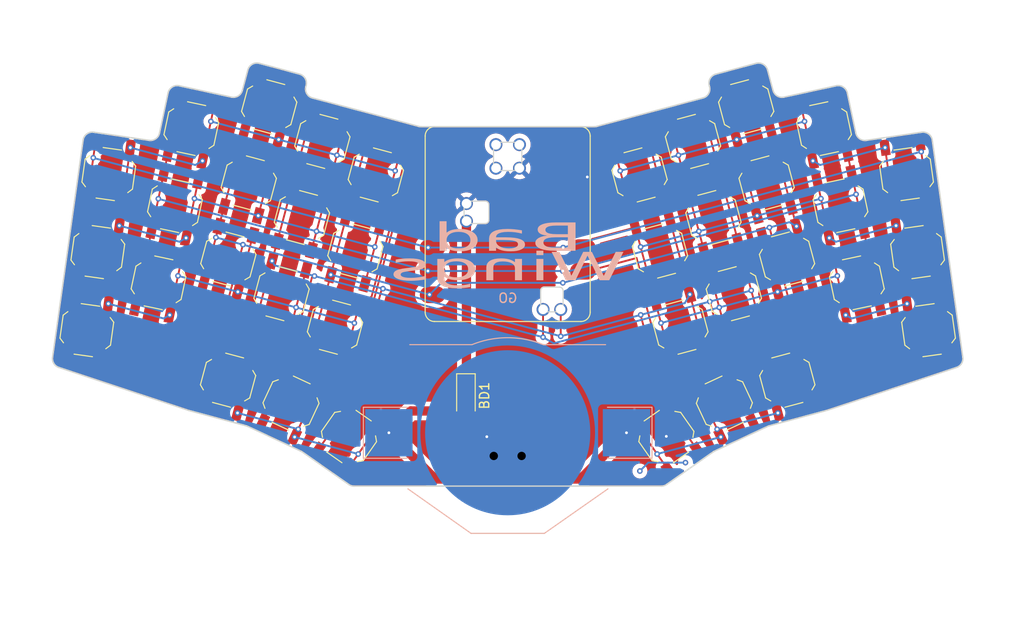
<source format=kicad_pcb>
(kicad_pcb (version 20221018) (generator pcbnew)
  (title_block (title "pcb/bad_wings_go") (rev "v1.0.0") (company "Unknown"))
  (layers (0 "F.Cu" signal) (31 "B.Cu" signal) (34 "B.Paste" user) (35 "F.Paste" user) (36 "B.SilkS" user "B.Silkscreen") (37 "F.SilkS" user "F.Silkscreen") (38 "B.Mask" user) (39 "F.Mask" user) (44 "Edge.Cuts" user))
  (net 0 "")
  (net 1 "/BAT")
  (net 2 "Net-(BD1-A)")
  (net 3 "/BAT-")
  (net 4 "/GND")
  (net 6 "/col0")
  (net 7 "/row1")
  (net 8 "/row0")
  (net 9 "/col1")
  (net 10 "/col2")
  (net 11 "/col3")
  (net 12 "/col4")
  (net 13 "/row3")
  (net 14 "/row6")
  (net 15 "/row5")
  (net 16 "/row4")
  (net 17 "/row7")
  (net 22 "/RESET")
  (net 23 "/row2")
  (footprint "Diode_SMD:D_SOD-123" (layer "F.Cu") (at 40.221104 5.673498 -90)
    (fp_text reference "BD1")
    (fp_text value "1N4148W")
  )
  (footprint "0-jasonhazel-footprints:SW_SPST_TL3342" (layer "F.Cu") (at 61.130164 -9.920274 -75)
    (fp_text reference "SW32")
    (fp_text value "SW_Push_45deg")
  )
  (footprint "0-jasonhazel-footprints:SW_SPST_TL3342" (layer "F.Cu") (at 10.630767 -23.125151 78)
    (fp_text reference "SW6")
    (fp_text value "SW_Push_45deg")
  )
  (footprint "0-jasonhazel-footprints:SW_SPST_TL3342" (layer "F.Cu") (at 90.068714 -1.388983 -82)
    (fp_text reference "SW19")
    (fp_text value "SW_Push_45deg")
  )
  (footprint "0-jasonhazel-footprints:SW_SPST_TL3342" (layer "F.Cu") (at 30.51201 -18.130636 75)
    (fp_text reference "SW15")
    (fp_text value "SW_Push_45deg")
  )
  (footprint "0-jasonhazel-footprints:SW_SPST_TL3342" (layer "F.Cu") (at 61.821054 10.078973 -55)
    (fp_text reference "SW36")
    (fp_text value "SW_Push_45deg")
  )
  (footprint "0-jasonhazel-footprints:SW_SPST_TL3342" (layer "F.Cu") (at 28.312031 -9.920276 75)
    (fp_text reference "SW14")
    (fp_text value "SW_Push_45deg")
  )
  (footprint "0-jasonhazel-footprints:SW_SPST_TL3342" (layer "F.Cu") (at 14.622675 -9.058977 75)
    (fp_text reference "SW7")
    (fp_text value "SW_Push_45deg")
  )
  (footprint "0-jasonhazel-footprints:SW_SPST_TL3342" (layer "F.Cu") (at 74.819533 -9.058998 -75)
    (fp_text reference "SW25")
    (fp_text value "SW_Push_45deg")
  )
  (footprint "0-jasonhazel-footprints:SW_SPST_TL3342" (layer "F.Cu") (at 14.590954 4.002878 75)
    (fp_text reference "SW16")
    (fp_text value "SW_Push_45deg")
  )
  (footprint "0-jasonhazel-footprints:SW_SPST_TL3342" (layer "F.Cu") (at 21.37185 6.470926 65)
    (fp_text reference "SW17")
    (fp_text value "SW_Push_45deg")
  )
  (footprint "0-jasonhazel-footprints:SW_SPST_TL3342" (layer "F.Cu") (at 74.851262 4.002853 -75)
    (fp_text reference "SW34")
    (fp_text value "SW_Push_45deg")
  )
  (footprint "0-jasonhazel-footprints:SW_SPST_TL3342" (layer "F.Cu") (at 69.090997 -5.324068 -75)
    (fp_text reference "SW28")
    (fp_text value "SW_Push_45deg")
  )
  (footprint "0-jasonhazel-footprints:SW_SPST_TL3342" (layer "F.Cu") (at 87.702786 -18.223543 -82)
    (fp_text reference "SW21")
    (fp_text value "SW_Push_45deg")
  )
  (footprint "0-jasonhazel-footprints:SW_SPST_TL3342" (layer "F.Cu") (at 20.351197 -5.324066 75)
    (fp_text reference "SW10")
    (fp_text value "SW_Push_45deg")
  )
  (footprint "0-jasonhazel-footprints:SW_SPST_TL3342" (layer "F.Cu") (at -0.626512 -1.388989 82)
    (fp_text reference "SW1")
    (fp_text value "SW_Push_45deg")
  )
  (footprint "0-badwings:SPDT_C128955" (layer "F.Cu") (at 44.721099 12.174472)
    (fp_text reference "PWR1" hide)
    (fp_text value "SW_SPDT" hide)
  )
  (footprint "0-jasonhazel-footprints:SW_SPST_TL3342" (layer "F.Cu") (at 88.885756 -9.806265 -82)
    (fp_text reference "SW20")
    (fp_text value "SW_Push_45deg")
  )
  (footprint "0-jasonhazel-footprints:SW_SPST_TL3342" (layer "F.Cu") (at 80.578668 -14.810902 -78)
    (fp_text reference "SW23")
    (fp_text value "SW_Push_45deg")
  )
  (footprint "0-jasonhazel-footprints:SW_SPST_TL3342" (layer "F.Cu") (at 27.621154 10.078965 55)
    (fp_text reference "SW18")
    (fp_text value "SW_Push_45deg")
  )
  (footprint "0-jasonhazel-footprints:SW_SPST_TL3342" (layer "F.Cu") (at 58.930212 -18.130646 -75)
    (fp_text reference "SW33")
    (fp_text value "SW_Push_45deg")
  )
  (footprint "0-jasonhazel-footprints:SW_SPST_TL3342" (layer "F.Cu") (at 72.619576 -17.269368 -75)
    (fp_text reference "SW26")
    (fp_text value "SW_Push_45deg")
  )
  (footprint "0-jasonhazel-footprints:SW_SPST_TL3342" (layer "F.Cu") (at 7.09627 -6.496643 78)
    (fp_text reference "SW4")
    (fp_text value "SW_Push_45deg")
  )
  (footprint "0-jasonhazel-footprints:SW_SPST_TL3342" (layer "F.Cu") (at 19.022598 -25.479717 75)
    (fp_text reference "SW9")
    (fp_text value "SW_Push_45deg")
  )
  (footprint "0-jasonhazel-footprints:SW_SPST_TL3342" (layer "F.Cu") (at 0.556464 -9.806278 82)
    (fp_text reference "SW2")
    (fp_text value "SW_Push_45deg")
  )
  (footprint "0-jasonhazel-footprints:SW_SPST_TL3342" (layer "F.Cu") (at 66.891034 -13.534439 -75)
    (fp_text reference "SW29")
    (fp_text value "SW_Push_45deg")
  )
  (footprint "0-jasonhazel-footprints:SW_SPST_TL3342" (layer "F.Cu") (at 22.551151 -13.534439 75)
    (fp_text reference "SW11")
    (fp_text value "SW_Push_45deg")
  )
  (footprint "0-jasonhazel-footprints:SW_SPST_TL3342" (layer "F.Cu") (at 64.691089 -21.744816 -75)
    (fp_text reference "SW30")
    (fp_text value "SW_Push_45deg")
  )
  (footprint "0-jasonhazel-footprints:SW_SPST_TL3342" (layer "F.Cu") (at 24.751139 -21.744809 75)
    (fp_text reference "SW12")
    (fp_text value "SW_Push_45deg")
  )
  (footprint "0-jasonhazel-footprints:SW_SPST_TL3342" (layer "F.Cu") (at 68.070358 6.470926 -65)
    (fp_text reference "SW35")
    (fp_text value "SW_Push_45deg")
  )
  (footprint "0-jasonhazel-footprints:SW_SPST_TL3342" (layer "F.Cu") (at 63.330126 -1.709899 -75)
    (fp_text reference "SW31")
    (fp_text value "SW_Push_45deg")
  )
  (footprint "0-jasonhazel-footprints:SW_SPST_TL3342" (layer "F.Cu") (at 78.811422 -23.125173 -78)
    (fp_text reference "SW24")
    (fp_text value "SW_Push_45deg")
  )
  (footprint "0-jasonhazel-footprints:SW_SPST_TL3342" (layer "F.Cu") (at 70.419607 -25.479733 -75)
    (fp_text reference "SW27")
    (fp_text value "SW_Push_45deg")
  )
  (footprint "0-jasonhazel-footprints:SW_SPST_TL3342" (layer "F.Cu") (at 1.739437 -18.223542 82)
    (fp_text reference "SW3")
    (fp_text value "SW_Push_45deg")
  )
  (footprint "0-jasonhazel-footprints:SW_SPST_TL3342" (layer "F.Cu") (at 8.863517 -14.810911 78)
    (fp_text reference "SW5")
    (fp_text value "SW_Push_45deg")
  )
  (footprint "0-jasonhazel-footprints:SW_SPST_TL3342" (layer "F.Cu") (at 82.345925 -6.496642 -78)
    (fp_text reference "SW22")
    (fp_text value "SW_Push_45deg")
  )
  (footprint "0-jasonhazel-footprints:SW_SPST_TL3342" (layer "F.Cu") (at 26.112085 -1.709906 75)
    (fp_text reference "SW13")
    (fp_text value "SW_Push_45deg")
  )
  (footprint "0-badwings:xiao-ble-smd-cutout" (layer "F.Cu") (at 44.72109 -12.826501)
    (fp_text reference "U1")
    (fp_text value "xiao-ble")
    (fp_line (start -4.699 -0.7488) (end -4.699 -1.7902) (stroke (width 0.12)) (layer "Edge.Cuts"))
    (fp_line (start -4.0132 -2.476) (end -2.413 -2.476) (stroke (width 0.12)) (layer "Edge.Cuts"))
    (fp_line (start -2.413 -0.063) (end -4.0132 -0.063) (stroke (width 0.12)) (layer "Edge.Cuts"))
    (fp_line (start -2.032 -2.095) (end -2.032 -0.444) (stroke (width 0.12)) (layer "Edge.Cuts"))
    (fp_line (start -1.524 -6.4638) (end -1.524 -8.1402) (stroke (width 0.12)) (layer "Edge.Cuts"))
    (fp_line (start -0.8382 -8.826) (end 0.8382 -8.826) (stroke (width 0.12)) (layer "Edge.Cuts"))
    (fp_line (start -0.8382 -5.778) (end 0.8382 -5.778) (stroke (width 0.12)) (layer "Edge.Cuts"))
    (fp_line (start 1.524 -6.4638) (end 1.524 -8.1402) (stroke (width 0.12)) (layer "Edge.Cuts"))
    (fp_line (start 3.556 8.7762) (end 3.5565 7.176) (stroke (width 0.12)) (layer "Edge.Cuts"))
    (fp_line (start 3.9375 6.795) (end 5.5885 6.795) (stroke (width 0.12)) (layer "Edge.Cuts"))
    (fp_line (start 5.2832 9.462) (end 4.2418 9.462) (stroke (width 0.12)) (layer "Edge.Cuts"))
    (fp_line (start 5.9695 7.176) (end 5.969 8.7762) (stroke (width 0.12)) (layer "Edge.Cuts"))
    (fp_arc (start -4.699 -0.7488) (mid -4.095391 -0.666609) (end -4.0132 -0.063) (stroke (width 0.12)) (layer "Edge.Cuts"))
    (fp_arc (start -4.0132 -2.476) (mid -4.095391 -1.872391) (end -4.699 -1.7902) (stroke (width 0.12)) (layer "Edge.Cuts"))
    (fp_arc (start -2.413 -2.476) (mid -2.143592 -2.364408) (end -2.032 -2.095) (stroke (width 0.12)) (layer "Edge.Cuts"))
    (fp_arc (start -2.032 -0.444) (mid -2.143592 -0.174592) (end -2.413 -0.063) (stroke (width 0.12)) (layer "Edge.Cuts"))
    (fp_arc (start -1.524 -6.4638) (mid -0.920391 -6.381609) (end -0.8382 -5.778) (stroke (width 0.12)) (layer "Edge.Cuts"))
    (fp_arc (start -0.8382 -8.826) (mid -0.920391 -8.222391) (end -1.524 -8.1402) (stroke (width 0.12)) (layer "Edge.Cuts"))
    (fp_arc (start 0.8382 -5.778) (mid 0.920391 -6.381609) (end 1.524 -6.4638) (stroke (width 0.12)) (layer "Edge.Cuts"))
    (fp_arc (start 1.524 -8.1402) (mid 0.920393 -8.222393) (end 0.8382 -8.826) (stroke (width 0.12)) (layer "Edge.Cuts"))
    (fp_arc (start 3.556 8.7762) (mid 4.159607 8.858393) (end 4.2418 9.462) (stroke (width 0.12)) (layer "Edge.Cuts"))
    (fp_arc (start 3.5565 7.176) (mid 3.668092 6.906592) (end 3.9375 6.795) (stroke (width 0.12)) (layer "Edge.Cuts"))
    (fp_arc (start 5.2832 9.462) (mid 5.365393 8.858393) (end 5.969 8.7762) (stroke (width 0.12)) (layer "Edge.Cuts"))
    (fp_arc (start 5.5885 6.795) (mid 5.857908 6.906592) (end 5.9695 7.176) (stroke (width 0.12)) (layer "Edge.Cuts"))
  )
  (footprint "0-jasonhazel-footprints:SW_SPST_TL3342" (layer "F.Cu") (at 16.822617 -17.269362 75)
    (fp_text reference "SW8")
    (fp_text value "SW_Push_45deg")
  )
  (footprint "0-badwings:BatteryHolder_Keystone_3002_1x2032" (layer "B.Cu") (at 44.721101 9.673475 180)
    (fp_text reference "BT1")
    (fp_text value "Battery_Cell")
  )
  (footprint "0-badwings:logo" (layer "B.Cu") (at 44.73857 -9.416276 180)
    (fp_text reference "LOGO1")
    (fp_text value "GO")
  )
  (gr_arc (start 71.492954 -30.167262) (mid 72.251784 -30.06737) (end 72.717701 -29.460158) (stroke (width 0.15)) (layer "Edge.Cuts"))
  (gr_arc (start 22.295922 -29.002572) (mid 22.903133 -28.536644) (end 23.003029 -27.777826) (stroke (width 0.15)) (layer "Edge.Cuts"))
  (gr_line (start 65.764442 -26.432348) (end 54.300484 -23.360612) (stroke (width 0.15)) (layer "Edge.Cuts"))
  (gr_line (start 0.108331 -22.73796) (end 6.081381 -21.85896) (stroke (width 0.15)) (layer "Edge.Cuts"))
  (gr_arc (start 79.118107 7.257752) (mid 79.090389 7.266491) (end 79.062426 7.274412) (stroke (width 0.15)) (layer "Edge.Cuts"))
  (gr_arc (start 28.160995 15.424488) (mid 27.860287 15.378205) (end 27.587422 15.243629) (stroke (width 0.15)) (layer "Edge.Cuts"))
  (gr_line (start 61.854792 15.243637) (end 66.849328 11.746423) (stroke (width 0.15)) (layer "Edge.Cuts"))
  (gr_arc (start -3.644495 2.629695) (mid -4.17958 2.207911) (end -4.320273 1.541262) (stroke (width 0.15)) (layer "Edge.Cuts"))
  (gr_line (start 7.20514 -22.640399) (end 8.126642 -26.975784) (stroke (width 0.15)) (layer "Edge.Cuts"))
  (gr_line (start 10.324084 7.257737) (end -3.644495 2.629695) (stroke (width 0.15)) (layer "Edge.Cuts"))
  (gr_line (start 67.000275 11.659269) (end 72.732706 8.986171) (stroke (width 0.15)) (layer "Edge.Cuts"))
  (gr_arc (start 66.471545 -27.657083) (mid 66.371649 -26.898266) (end 65.764442 -26.432348) (stroke (width 0.15)) (layer "Edge.Cuts"))
  (gr_arc (start -1.027529 -21.887797) (mid -0.636483 -22.549206) (end 0.108331 -22.73796) (stroke (width 0.15)) (layer "Edge.Cuts"))
  (gr_line (start 22.521214 11.696235) (end 22.521214 11.696235) (stroke (width 0.15)) (layer "Edge.Cuts"))
  (gr_line (start 16.545708 8.926587) (end 10.379777 7.274423) (stroke (width 0.15)) (layer "Edge.Cuts"))
  (gr_arc (start 72.732706 8.986171) (mid 72.813298 8.952791) (end 72.896492 8.926559) (stroke (width 0.15)) (layer "Edge.Cuts"))
  (gr_arc (start 8.126645 -26.97579) (mid 8.561894 -27.607684) (end 9.316765 -27.745169) (stroke (width 0.15)) (layer "Edge.Cuts"))
  (gr_arc (start 66.439178 -27.777824) (mid 66.539081 -28.536655) (end 67.146304 -29.002576) (stroke (width 0.15)) (layer "Edge.Cuts"))
  (gr_arc (start 83.36081 -21.858978) (mid 82.644301 -22.027309) (end 82.237075 -22.640405) (stroke (width 0.15)) (layer "Edge.Cuts"))
  (gr_line (start 66.439178 -27.777824) (end 66.47155 -27.657093) (stroke (width 0.15)) (layer "Edge.Cuts"))
  (gr_line (start 23.677773 -26.432347) (end 35.141716 -23.360586) (stroke (width 0.15)) (layer "Edge.Cuts"))
  (gr_arc (start 74.49013 -26.52288) (mid 73.757437 -26.646437) (end 73.312239 -27.241338) (stroke (width 0.15)) (layer "Edge.Cuts"))
  (gr_line (start 73.312239 -27.241338) (end 72.717701 -29.460158) (stroke (width 0.15)) (layer "Edge.Cuts"))
  (gr_line (start 72.811982 8.949204) (end 72.811982 8.949204) (stroke (width 0.15)) (layer "Edge.Cuts"))
  (gr_line (start 72.896492 8.926559) (end 79.062426 7.274412) (stroke (width 0.15)) (layer "Edge.Cuts"))
  (gr_line (start 54.041664 -23.326518) (end 35.400548 -23.326521) (stroke (width 0.15)) (layer "Edge.Cuts"))
  (gr_arc (start 89.333865 -22.737952) (mid 90.078691 -22.549196) (end 90.469745 -21.887779) (stroke (width 0.15)) (layer "Edge.Cuts"))
  (gr_arc (start 22.441921 11.659266) (mid 22.519302 11.699547) (end 22.592877 11.74642) (stroke (width 0.15)) (layer "Edge.Cuts"))
  (gr_line (start 9.316765 -27.745169) (end 14.952079 -26.522867) (stroke (width 0.15)) (layer "Edge.Cuts"))
  (gr_line (start 22.441921 11.659266) (end 16.7095 8.986211) (stroke (width 0.15)) (layer "Edge.Cuts"))
  (gr_line (start -4.320273 1.541262) (end -1.027529 -21.887797) (stroke (width 0.15)) (layer "Edge.Cuts"))
  (gr_arc (start 80.125458 -27.745156) (mid 80.880309 -27.607669) (end 81.315559 -26.975795) (stroke (width 0.15)) (layer "Edge.Cuts"))
  (gr_line (start 28.160995 15.424488) (end 61.28121 15.424503) (stroke (width 0.15)) (layer "Edge.Cuts"))
  (gr_arc (start 23.677778 -26.432347) (mid 23.070566 -26.898268) (end 22.970662 -27.657087) (stroke (width 0.15)) (layer "Edge.Cuts"))
  (gr_arc (start 93.762487 1.541274) (mid 93.621788 2.207923) (end 93.086708 2.629705) (stroke (width 0.15)) (layer "Edge.Cuts"))
  (gr_arc (start 54.300484 -23.360612) (mid 54.172191 -23.335092) (end 54.041664 -23.326518) (stroke (width 0.15)) (layer "Edge.Cuts"))
  (gr_line (start 79.118108 7.257755) (end 93.086708 2.629705) (stroke (width 0.15)) (layer "Edge.Cuts"))
  (gr_line (start 82.237075 -22.640405) (end 81.315559 -26.975795) (stroke (width 0.15)) (layer "Edge.Cuts"))
  (gr_line (start 16.129993 -27.241338) (end 16.724496 -29.460132) (stroke (width 0.15)) (layer "Edge.Cuts"))
  (gr_arc (start 66.849328 11.746423) (mid 66.922899 11.699551) (end 67.000275 11.659269) (stroke (width 0.15)) (layer "Edge.Cuts"))
  (gr_arc (start 35.400548 -23.326521) (mid 35.270017 -23.335075) (end 35.141716 -23.360586) (stroke (width 0.15)) (layer "Edge.Cuts"))
  (gr_arc (start 16.545707 8.926584) (mid 16.628907 8.952818) (end 16.7095 8.986211) (stroke (width 0.15)) (layer "Edge.Cuts"))
  (gr_arc (start 16.724496 -29.460132) (mid 17.190428 -30.06735) (end 17.94926 -30.16725) (stroke (width 0.15)) (layer "Edge.Cuts"))
  (gr_line (start 16.630211 8.949206) (end 16.630211 8.949206) (stroke (width 0.15)) (layer "Edge.Cuts"))
  (gr_line (start 17.94926 -30.16725) (end 22.29592 -29.002574) (stroke (width 0.15)) (layer "Edge.Cuts"))
  (gr_line (start 23.003029 -27.777826) (end 22.970662 -27.657087) (stroke (width 0.15)) (layer "Edge.Cuts"))
  (gr_line (start 71.492954 -30.167262) (end 67.146304 -29.002576) (stroke (width 0.15)) (layer "Edge.Cuts"))
  (gr_line (start 93.762487 1.541274) (end 90.469745 -21.887779) (stroke (width 0.15)) (layer "Edge.Cuts"))
  (gr_arc (start 16.129993 -27.241338) (mid 15.68479 -26.646416) (end 14.952079 -26.522867) (stroke (width 0.15)) (layer "Edge.Cuts"))
  (gr_line (start 66.920988 11.696214) (end 66.920988 11.696214) (stroke (width 0.15)) (layer "Edge.Cuts"))
  (gr_line (start 89.333865 -22.737952) (end 83.360814 -21.858986) (stroke (width 0.15)) (layer "Edge.Cuts"))
  (gr_arc (start 10.379777 7.274423) (mid 10.351807 7.266491) (end 10.324084 7.257737) (stroke (width 0.15)) (layer "Edge.Cuts"))
  (gr_arc (start 7.205129 -22.640395) (mid 6.797896 -22.027295) (end 6.081381 -21.85896) (stroke (width 0.15)) (layer "Edge.Cuts"))
  (gr_line (start 80.125458 -27.745156) (end 74.49013 -26.52288) (stroke (width 0.15)) (layer "Edge.Cuts"))
  (gr_line (start 27.587422 15.243629) (end 22.592877 11.74642) (stroke (width 0.15)) (layer "Edge.Cuts"))
  (gr_arc (start 61.854791 15.243638) (mid 61.581918 15.378206) (end 61.28121 15.424503) (stroke (width 0.15)) (layer "Edge.Cuts"))
  (segment (start 58.963875 13.814037) (end 58.963875 13.800867) (width 0.2) (layer "F.Cu") (net 0))
  (via (at 58.963875 13.800867) (size 0.6) (drill 0.3) (layers "F.Cu" "B.Cu") (net 0))
  (via (at 63.876026 12.892185) (size 0.6) (drill 0.3) (layers "F.Cu" "B.Cu") (net 0))
  (segment (start 58.963875 13.800867) (end 59.872557 12.892185) (width 0.2) (layer "B.Cu") (net 0))
  (segment (start 59.872557 12.892185) (end 63.876026 12.892185) (width 0.2) (layer "B.Cu") (net 0))
  (segment (start 40.221104 4.023498) (end 40.27609 3.968512) (width 0.2) (layer "F.Cu") (net 1))
  (segment (start 40.27609 3.968512) (end 40.27609 -13.143501) (width 1) (layer "F.Cu") (net 1))
  (segment (start 57.521101 9.673475) (end 57.521101 9.69698) (width 0.2) (layer "F.Cu") (net 2))
  (segment (start 34.271078 7.323498) (end 31.921101 9.673475) (width 1) (layer "F.Cu") (net 2))
  (segment (start 57.521101 9.69698) (end 52.556474 14.661607) (width 1) (layer "F.Cu") (net 2))
  (segment (start 36.909233 14.661607) (end 31.921101 9.673475) (width 1) (layer "F.Cu") (net 2))
  (segment (start 40.221104 7.323498) (end 34.271078 7.323498) (width 1) (layer "F.Cu") (net 2))
  (segment (start 52.556474 14.661607) (end 36.909233 14.661607) (width 1) (layer "F.Cu") (net 2))
  (via (at 31.921101 9.673475) (size 0.6) (drill 0.3) (layers "F.Cu" "B.Cu") (net 2))
  (via (at 57.521101 9.673475) (size 0.6) (drill 0.3) (layers "F.Cu" "B.Cu") (net 2))
  (via (at 42.471099 10.099472) (size 0.6) (drill 0.3) (layers "F.Cu" "B.Cu") (net 3))
  (segment (start 53.29105 -17.906501) (end 53.29382 -17.906501) (width 0.2) (layer "F.Cu") (net 4))
  (segment (start 53.29382 -17.906501) (end 53.298347 -17.911028) (width 0.2) (layer "F.Cu") (net 4))
  (via (at 53.298347 -17.911028) (size 0.6) (drill 0.3) (layers "F.Cu" "B.Cu") (net 4))
  (via (at 61.812561 10.059138) (size 0.6) (drill 0.3) (layers "F.Cu" "B.Cu") (net 4))
  (segment (start 0.067599 -19.979949) (end -2.946429 1.465929) (width 0.2) (layer "F.Cu") (net 6))
  (segment (start 92.388625 1.465932) (end 92.388614 1.465939) (width 0.2) (layer "F.Cu") (net 6))
  (segment (start 89.145911 -21.607317) (end 89.282664 -20.634254) (width 0.2) (layer "F.Cu") (net 6))
  (segment (start 89.282664 -20.634254) (end 92.388625 1.465932) (width 0.2) (layer "F.Cu") (net 6))
  (segment (start 0.296307 -21.607327) (end 0.067599 -19.979949) (width 0.2) (layer "F.Cu") (net 6))
  (segment (start 36.153273 -10.294494) (end 36.151436 -10.297676) (width 0.2) (layer "F.Cu") (net 6))
  (segment (start 36.151128 -10.286507) (end 36.153273 -10.294494) (width 0.2) (layer "F.Cu") (net 6))
  (via (at 89.282664 -20.634254) (size 0.6) (drill 0.3) (layers "F.Cu" "B.Cu") (net 6))
  (via (at 0.067599 -19.979949) (size 0.6) (drill 0.3) (layers "F.Cu" "B.Cu") (net 6))
  (via (at 50.696134 -10.302226) (size 0.6) (drill 0.3) (layers "F.Cu" "B.Cu") (net 6))
  (via (at 36.151436 -10.297676) (size 0.6) (drill 0.3) (layers "F.Cu" "B.Cu") (net 6))
  (segment (start 36.151436 -10.297676) (end 0.07691 -19.963821) (width 0.2) (layer "B.Cu") (net 6))
  (segment (start 50.691584 -10.297674) (end 50.696134 -10.302226) (width 0.2) (layer "B.Cu") (net 6))
  (segment (start 50.696134 -10.302226) (end 89.274141 -20.639173) (width 0.2) (layer "B.Cu") (net 6))
  (segment (start 36.151436 -10.297676) (end 50.691584 -10.297674) (width 0.2) (layer "B.Cu") (net 6))
  (segment (start 0.07691 -19.963821) (end 0.067599 -19.979949) (width 0.2) (layer "B.Cu") (net 6))
  (segment (start 89.274141 -20.639173) (end 89.282664 -20.634254) (width 0.2) (layer "B.Cu") (net 6))
  (segment (start 30.400257 -10.372594) (end 30.962589 -12.471187) (width 0.2) (layer "F.Cu") (net 7))
  (segment (start 11.376937 -17.497048) (end 10.969672 -15.581027) (width 0.2) (layer "F.Cu") (net 7))
  (segment (start 10.969672 -15.581027) (end 10.067074 -11.334697) (width 0.2) (layer "F.Cu") (net 7))
  (segment (start 23.571151 -10.000015) (end 24.121084 -12.052401) (width 0.2) (layer "F.Cu") (net 7))
  (segment (start 17.842617 -13.734939) (end 17.84262 -13.734942) (width 0.2) (layer "F.Cu") (net 7))
  (segment (start 1.999575 -6.422517) (end 2.876356 -12.661186) (width 0.2) (layer "F.Cu") (net 7))
  (segment (start 29.332012 -6.385858) (end 30.400257 -10.372594) (width 0.2) (layer "F.Cu") (net 7))
  (segment (start 17.842613 -13.734936) (end 17.842617 -13.734939) (width 0.2) (layer "F.Cu") (net 7))
  (segment (start 2.876366 -12.661183) (end 2.876356 -12.661186) (width 0.2) (layer "F.Cu") (net 7))
  (segment (start 30.96258 -12.471179) (end 31.852985 -12.985261) (width 0.2) (layer "F.Cu") (net 7))
  (segment (start 24.121084 -12.052401) (end 25.201707 -16.085347) (width 0.2) (layer "F.Cu") (net 7))
  (segment (start 2.876368 -12.661184) (end 2.876366 -12.661183) (width 0.2) (layer "F.Cu") (net 7))
  (segment (start 33.37122 -18.651381) (end 36.151141 -17.906501) (width 0.2) (layer "F.Cu") (net 7))
  (segment (start 19.473186 -19.820284) (end 17.84262 -13.734942) (width 0.2) (layer "F.Cu") (net 7))
  (segment (start 31.852985 -12.985261) (end 33.37122 -18.651381) (width 0.2) (layer "F.Cu") (net 7))
  (via (at 30.400257 -10.372594) (size 0.6) (drill 0.3) (layers "F.Cu" "B.Cu") (net 7))
  (via (at 10.969672 -15.581027) (size 0.6) (drill 0.3) (layers "F.Cu" "B.Cu") (net 7))
  (via (at 24.121084 -12.052401) (size 0.6) (drill 0.3) (layers "F.Cu" "B.Cu") (net 7))
  (via (at 17.84262 -13.734942) (size 0.6) (drill 0.3) (layers "F.Cu" "B.Cu") (net 7))
  (via (at 2.876356 -12.661186) (size 0.6) (drill 0.3) (layers "F.Cu" "B.Cu") (net 7))
  (via (at 10.067076 -11.334707) (size 0.6) (drill 0.3) (layers "F.Cu" "B.Cu") (net 7))
  (segment (start 17.84262 -13.734942) (end 10.972724 -15.575721) (width 0.2) (layer "B.Cu") (net 7))
  (segment (start 30.397074 -10.370762) (end 30.400257 -10.372594) (width 0.2) (layer "B.Cu") (net 7))
  (segment (start 24.121084 -12.052401) (end 30.397074 -10.370762) (width 0.2) (layer "B.Cu") (net 7))
  (segment (start 24.120925 -12.05268) (end 24.121084 -12.052401) (width 0.2) (layer "B.Cu") (net 7))
  (segment (start 2.876356 -12.661186) (end 9.356952 -10.924716) (width 0.2) (layer "B.Cu") (net 7))
  (segment (start 17.84262 -13.734942) (end 24.120925 -12.05268) (width 0.2) (layer "B.Cu") (net 7))
  (segment (start 9.356952 -10.924716) (end 10.067076 -11.334707) (width 0.2) (layer "B.Cu") (net 7))
  (segment (start 10.972724 -15.575721) (end 10.969672 -15.581027) (width 0.2) (layer "B.Cu") (net 7))
  (segment (start 26.320302 -20.260039) (end 27.401662 -24.295734) (width 0.2) (layer "F.Cu") (net 8))
  (segment (start 20.042572 -21.9453) (end 20.042582 -21.945294) (width 0.2) (layer "F.Cu") (net 8))
  (segment (start 35.481837 -20.060093) (end 36.151135 -20.446509) (width 0.2) (layer "F.Cu") (net 8))
  (segment (start 21.673141 -28.030631) (end 20.042583 -21.945292) (width 0.2) (layer "F.Cu") (net 8))
  (segment (start 13.14419 -25.811302) (end 12.738409 -23.902305) (width 0.2) (layer "F.Cu") (net 8))
  (segment (start 4.059326 -21.078472) (end 4.059329 -21.078473) (width 0.2) (layer "F.Cu") (net 8))
  (segment (start 12.738409 -23.902305) (end 11.834331 -19.648959) (width 0.2) (layer "F.Cu") (net 8))
  (segment (start 25.771098 -18.210401) (end 26.320302 -20.260039) (width 0.2) (layer "F.Cu") (net 8))
  (segment (start 3.182545 -14.839758) (end 4.059329 -21.078473) (width 0.2) (layer "F.Cu") (net 8))
  (segment (start 4.059327 -21.078468) (end 4.059326 -21.078472) (width 0.2) (layer "F.Cu") (net 8))
  (segment (start 20.042582 -21.945294) (end 20.042583 -21.945292) (width 0.2) (layer "F.Cu") (net 8))
  (segment (start 32.598832 -18.577733) (end 31.532005 -14.596218) (width 0.2) (layer "F.Cu") (net 8))
  (segment (start 33.162552 -20.681541) (end 35.481837 -20.060093) (width 0.2) (layer "F.Cu") (net 8))
  (segment (start 33.162543 -20.681552) (end 32.598832 -18.577733) (width 0.2) (layer "F.Cu") (net 8))
  (via (at 4.059329 -21.078473) (size 0.6) (drill 0.3) (layers "F.Cu" "B.Cu") (net 8))
  (via (at 32.598832 -18.577733) (size 0.6) (drill 0.3) (layers "F.Cu" "B.Cu") (net 8))
  (via (at 20.042583 -21.945292) (size 0.6) (drill 0.3) (layers "F.Cu" "B.Cu") (net 8))
  (via (at 12.738409 -23.902305) (size 0.6) (drill 0.3) (layers "F.Cu" "B.Cu") (net 8))
  (via (at 26.320302 -20.260039) (size 0.6) (drill 0.3) (layers "F.Cu" "B.Cu") (net 8))
  (via (at 11.834326 -19.648961) (size 0.6) (drill 0.3) (layers "F.Cu" "B.Cu") (net 8))
  (segment (start 26.320302 -20.260039) (end 32.598797 -18.577719) (width 0.2) (layer "B.Cu") (net 8))
  (segment (start 20.042583 -21.945292) (end 12.738574 -23.9024) (width 0.2) (layer "B.Cu") (net 8))
  (segment (start 4.059329 -21.078473) (end 11.060873 -19.202402) (width 0.2) (layer "B.Cu") (net 8))
  (segment (start 26.318155 -20.26376) (end 26.320302 -20.260039) (width 0.2) (layer "B.Cu") (net 8))
  (segment (start 32.598797 -18.577719) (end 32.598832 -18.577733) (width 0.2) (layer "B.Cu") (net 8))
  (segment (start 20.042583 -21.945292) (end 26.318155 -20.26376) (width 0.2) (layer "B.Cu") (net 8))
  (segment (start 11.060873 -19.202402) (end 11.834326 -19.648961) (width 0.2) (layer "B.Cu") (net 8))
  (segment (start 12.738574 -23.9024) (end 12.738409 -23.902305) (width 0.2) (layer "B.Cu") (net 8))
  (segment (start 36.151128 -7.746508) (end 36.138542 -7.749888) (width 0.2) (layer "F.Cu") (net 9))
  (segment (start 82.260011 -16.0394) (end 84.859335 -3.810524) (width 0.2) (layer "F.Cu") (net 9))
  (segment (start 82.020988 -17.163909) (end 82.260011 -16.0394) (width 0.2) (layer "F.Cu") (net 9))
  (segment (start 81.78223 -18.287098) (end 81.772695 -18.322679) (width 0.2) (layer "F.Cu") (net 9))
  (segment (start 81.772695 -18.322679) (end 81.77415 -18.325196) (width 0.2) (layer "F.Cu") (net 9))
  (segment (start 4.582877 -3.810518) (end 7.080622 -15.561508) (width 0.2) (layer "F.Cu") (net 9))
  (segment (start 7.080622 -15.561508) (end 9.427214 -26.601344) (width 0.2) (layer "F.Cu") (net 9))
  (segment (start 36.138542 -7.749888) (end 36.126502 -7.77073) (width 0.2) (layer "F.Cu") (net 9))
  (segment (start 80.015001 -26.601368) (end 81.77415 -18.325196) (width 0.2) (layer "F.Cu") (net 9))
  (segment (start 81.77415 -18.325196) (end 82.020988 -17.163909) (width 0.2) (layer "F.Cu") (net 9))
  (via (at 7.080622 -15.561508) (size 0.6) (drill 0.3) (layers "F.Cu" "B.Cu") (net 9))
  (via (at 50.652479 -7.768841) (size 0.6) (drill 0.3) (layers "F.Cu" "B.Cu") (net 9))
  (via (at 36.126502 -7.77073) (size 0.6) (drill 0.3) (layers "F.Cu" "B.Cu") (net 9))
  (via (at 82.260011 -16.0394) (size 0.6) (drill 0.3) (layers "F.Cu" "B.Cu") (net 9))
  (segment (start 36.126502 -7.77073) (end 7.08606 -15.552096) (width 0.2) (layer "B.Cu") (net 9))
  (segment (start 7.08606 -15.552096) (end 7.080622 -15.561508) (width 0.2) (layer "B.Cu") (net 9))
  (segment (start 50.652479 -7.768841) (end 50.879651 -7.637681) (width 0.2) (layer "B.Cu") (net 9))
  (segment (start 82.252175 -16.043924) (end 82.260011 -16.0394) (width 0.2) (layer "B.Cu") (net 9))
  (segment (start 36.126502 -7.77073) (end 50.65059 -7.770728) (width 0.2) (layer "B.Cu") (net 9))
  (segment (start 50.65059 -7.770728) (end 50.652479 -7.768841) (width 0.2) (layer "B.Cu") (net 9))
  (segment (start 50.879651 -7.637681) (end 82.252175 -16.043924) (width 0.2) (layer "B.Cu") (net 9))
  (segment (start 18.002631 -29.014149) (end 13.279913 -11.388747) (width 0.2) (layer "F.Cu") (net 10))
  (segment (start 13.334931 0.059601) (end 16.194087 -10.61093) (width 0.2) (layer "F.Cu") (net 10))
  (segment (start 36.151131 -5.20651) (end 36.23218 -5.184795) (width 0.2) (layer "F.Cu") (net 10))
  (segment (start 36.23218 -5.184795) (end 36.299547 -5.223686) (width 0.2) (layer "F.Cu") (net 10))
  (segment (start 71.439586 -29.014143) (end 77.470073 -6.50808) (width 0.2) (layer "F.Cu") (net 10))
  (segment (start 11.972127 -6.508072) (end 11.97213 -6.508075) (width 0.2) (layer "F.Cu") (net 10))
  (segment (start 13.279913 -11.388747) (end 11.972127 -6.508072) (width 0.2) (layer "F.Cu") (net 10))
  (segment (start 13.570971 0.468451) (end 13.334931 0.059601) (width 0.2) (layer "F.Cu") (net 10))
  (segment (start 77.470073 -6.50808) (end 77.470074 -6.508078) (width 0.2) (layer "F.Cu") (net 10))
  (segment (start 76.226837 -0.147475) (end 72.927477 -12.46085) (width 0.2) (layer "F.Cu") (net 10))
  (segment (start 75.871239 0.46843) (end 76.226837 -0.147475) (width 0.2) (layer "F.Cu") (net 10))
  (segment (start 77.501807 6.55377) (end 75.87124 0.468437) (width 0.2) (layer "F.Cu") (net 10))
  (segment (start 13.570954 0.468443) (end 11.940402 6.553771) (width 0.2) (layer "F.Cu") (net 10))
  (via (at 75.83951 -12.593421) (size 0.6) (drill 0.3) (layers "F.Cu" "B.Cu") (net 10))
  (via (at 16.194087 -10.61093) (size 0.6) (drill 0.3) (layers "F.Cu" "B.Cu") (net 10))
  (via (at 50.663208 -6.495159) (size 0.6) (drill 0.3) (layers "F.Cu" "B.Cu") (net 10))
  (via (at 13.279913 -11.388747) (size 0.6) (drill 0.3) (layers "F.Cu" "B.Cu") (net 10))
  (via (at 72.927477 -12.46085) (size 0.6) (drill 0.3) (layers "F.Cu" "B.Cu") (net 10))
  (via (at 36.299547 -5.223686) (size 0.6) (drill 0.3) (layers "F.Cu" "B.Cu") (net 10))
  (segment (start 13.283491 -11.390823) (end 13.279913 -11.388747) (width 0.2) (layer "B.Cu") (net 10))
  (segment (start 50.663208 -6.495159) (end 72.927477 -12.46085) (width 0.2) (layer "B.Cu") (net 10))
  (segment (start 36.299547 -5.223686) (end 16.194087 -10.61093) (width 0.2) (layer "B.Cu") (net 10))
  (segment (start 16.194087 -10.61093) (end 13.283491 -11.390823) (width 0.2) (layer "B.Cu") (net 10))
  (segment (start 75.073266 -13.035813) (end 75.83951 -12.593421) (width 0.2) (layer "B.Cu") (net 10))
  (segment (start 36.299547 -5.223686) (end 37.571019 -6.495156) (width 0.2) (layer "B.Cu") (net 10))
  (segment (start 72.927477 -12.46085) (end 75.073266 -13.035813) (width 0.2) (layer "B.Cu") (net 10))
  (segment (start 37.571019 -6.495156) (end 50.663208 -6.495159) (width 0.2) (layer "B.Cu") (net 10))
  (segment (start 19.331226 -8.858483) (end 19.33122 -8.85849) (width 0.2) (layer "F.Cu") (net 11))
  (segment (start 68.461106 2.813079) (end 71.123581 8.522814) (width 0.2) (layer "F.Cu") (net 11))
  (segment (start 17.700674 -2.773162) (end 19.331226 -8.858483) (width 0.2) (layer "F.Cu") (net 11))
  (segment (start 19.33122 -8.85849) (end 19.33121 -8.858503) (width 0.2) (layer "F.Cu") (net 11))
  (segment (start 20.981111 2.813079) (end 18.318617 8.522802) (width 0.2) (layer "F.Cu") (net 11))
  (segment (start 48.53109 -3.618501) (end 48.53109 -0.63061) (width 0.2) (layer "F.Cu") (net 11))
  (segment (start 19.33121 -8.858503) (end 23.731122 -25.279226) (width 0.2) (layer "F.Cu") (net 11))
  (segment (start 68.461097 2.813082) (end 66.510654 -4.466072) (width 0.2) (layer "F.Cu") (net 11))
  (segment (start 23.63 -7.072717) (end 23.900119 -7.22866) (width 0.2) (layer "F.Cu") (net 11))
  (segment (start 70.964685 -5.67243) (end 65.711058 -25.279225) (width 0.2) (layer "F.Cu") (net 11))
  (segment (start 71.741538 -2.773175) (end 70.964685 -5.67243) (width 0.2) (layer "F.Cu") (net 11))
  (segment (start 48.53109 -0.63061) (end 48.531088 -0.630608) (width 0.2) (layer "F.Cu") (net 11))
  (segment (start 66.510654 -4.466072) (end 66.495391 -4.474885) (width 0.2) (layer "F.Cu") (net 11))
  (segment (start 20.981116 2.813084) (end 23.63 -7.072717) (width 0.2) (layer "F.Cu") (net 11))
  (via (at 48.531088 -0.630608) (size 0.6) (drill 0.3) (layers "F.Cu" "B.Cu") (net 11))
  (via (at 66.495391 -4.474885) (size 0.6) (drill 0.3) (layers "F.Cu" "B.Cu") (net 11))
  (via (at 70.964685 -5.67243) (size 0.6) (drill 0.3) (layers "F.Cu" "B.Cu") (net 11))
  (via (at 23.900119 -7.22866) (size 0.6) (drill 0.3) (layers "F.Cu" "B.Cu") (net 11))
  (via (at 19.33122 -8.85849) (size 0.6) (drill 0.3) (layers "F.Cu" "B.Cu") (net 11))
  (segment (start 23.900119 -7.22866) (end 48.528976 -0.629385) (width 0.2) (layer "B.Cu") (net 11))
  (segment (start 49.677716 0.031397) (end 66.495391 -4.474885) (width 0.2) (layer "B.Cu") (net 11))
  (segment (start 66.495391 -4.474885) (end 70.964685 -5.67243) (width 0.2) (layer "B.Cu") (net 11))
  (segment (start 19.608234 -8.378666) (end 23.900119 -7.22866) (width 0.2) (layer "B.Cu") (net 11))
  (segment (start 48.528976 -0.629385) (end 48.531088 -0.630608) (width 0.2) (layer "B.Cu") (net 11))
  (segment (start 19.33122 -8.85849) (end 19.608234 -8.378666) (width 0.2) (layer "B.Cu") (net 11))
  (segment (start 48.531088 -0.630608) (end 49.677716 0.031397) (width 0.2) (layer "B.Cu") (net 11))
  (segment (start 50.436095 -3.618511) (end 50.436094 -0.729147) (width 0.2) (layer "F.Cu") (net 12))
  (segment (start 23.461556 0.841027) (end 23.461557 0.841026) (width 0.2) (layer "F.Cu") (net 12))
  (segment (start 65.184204 11.569493) (end 61.570665 6.408831) (width 0.2) (layer "F.Cu") (net 12))
  (segment (start 27.871518 6.408841) (end 24.258009 11.569483) (width 0.2) (layer "F.Cu") (net 12))
  (segment (start 31.138402 -5.783296) (end 31.278627 -5.864251) (width 0.2) (layer "F.Cu") (net 12))
  (segment (start 61.570677 6.408847) (end 59.043909 -3.021179) (width 0.2) (layer "F.Cu") (net 12))
  (segment (start 27.871527 6.408843) (end 31.138402 -5.783296) (width 0.2) (layer "F.Cu") (net 12))
  (segment (start 29.492031 -21.665055) (end 23.461556 0.841027) (width 0.2) (layer "F.Cu") (net 12))
  (segment (start 59.043909 -3.021179) (end 59.053763 -3.038244) (width 0.2) (layer "F.Cu") (net 12))
  (segment (start 59.950183 -21.665066) (end 65.980672 0.841006) (width 0.2) (layer "F.Cu") (net 12))
  (via (at 31.278627 -5.864251) (size 0.6) (drill 0.3) (layers "F.Cu" "B.Cu") (net 12))
  (via (at 64.350106 -5.244321) (size 0.6) (drill 0.3) (layers "F.Cu" "B.Cu") (net 12))
  (via (at 25.661497 -7.369355) (size 0.6) (drill 0.3) (layers "F.Cu" "B.Cu") (net 12))
  (via (at 50.436094 -0.729147) (size 0.6) (drill 0.3) (layers "F.Cu" "B.Cu") (net 12))
  (via (at 59.053763 -3.038244) (size 0.6) (drill 0.3) (layers "F.Cu" "B.Cu") (net 12))
  (segment (start 50.43481 -0.731369) (end 50.436094 -0.729147) (width 0.2) (layer "B.Cu") (net 12))
  (segment (start 31.278627 -5.864251) (end 25.661497 -7.369355) (width 0.2) (layer "B.Cu") (net 12))
  (segment (start 59.053763 -3.038244) (end 63.812625 -4.313376) (width 0.2) (layer "B.Cu") (net 12))
  (segment (start 63.812625 -4.313376) (end 64.350106 -5.244321) (width 0.2) (layer "B.Cu") (net 12))
  (segment (start 31.278627 -5.864251) (end 50.43481 -0.731369) (width 0.2) (layer "B.Cu") (net 12))
  (segment (start 50.436094 -0.729147) (end 59.053763 -3.038244) (width 0.2) (layer "B.Cu") (net 12))
  (segment (start 15.610917 7.537286) (end 15.610909 7.537281) (width 0.2) (layer "F.Cu") (net 13))
  (segment (start 15.610909 7.537281) (end 17.241464 1.451951) (width 0.2) (layer "F.Cu") (net 13))
  (segment (start 27.370783 13.749087) (end 28.615537 11.971387) (width 0.2) (layer "F.Cu") (net 13))
  (segment (start 28.615537 11.971387) (end 30.984311 8.588436) (width 0.2) (layer "F.Cu") (net 13))
  (segment (start 24.425089 4.419028) (end 27.636049 5.279403) (width 0.2) (layer "F.Cu") (net 13))
  (segment (start 21.762573 10.128764) (end 21.762573 10.128758) (width 0.2) (layer "F.Cu") (net 13))
  (segment (start 27.636049 5.279403) (end 32.732936 -13.742409) (width 0.2) (layer "F.Cu") (net 13))
  (segment (start 22.151925 9.293833) (end 24.425089 4.419027) (width 0.2) (layer "F.Cu") (net 13))
  (segment (start 32.732936 -13.742409) (end 36.151136 -12.826511) (width 0.2) (layer "F.Cu") (net 13))
  (segment (start 21.762569 10.128761) (end 22.151925 9.293833) (width 0.2) (layer "F.Cu") (net 13))
  (segment (start 21.762573 10.128758) (end 21.762569 10.128761) (width 0.2) (layer "F.Cu") (net 13))
  (via (at 21.762569 10.128761) (size 0.6) (drill 0.3) (layers "F.Cu" "B.Cu") (net 13))
  (via (at 28.615537 11.971387) (size 0.6) (drill 0.3) (layers "F.Cu" "B.Cu") (net 13))
  (via (at 15.610909 7.537281) (size 0.6) (drill 0.3) (layers "F.Cu" "B.Cu") (net 13))
  (via (at 22.151925 9.293833) (size 0.6) (drill 0.3) (layers "F.Cu" "B.Cu") (net 13))
  (segment (start 21.762569 10.128761) (end 28.611191 11.963845) (width 0.2) (layer "B.Cu") (net 13))
  (segment (start 28.611191 11.963845) (end 28.615537 11.971387) (width 0.2) (layer "B.Cu") (net 13))
  (segment (start 15.610909 7.537281) (end 22.149254 9.289231) (width 0.2) (layer "B.Cu") (net 13))
  (segment (start 22.149254 9.289231) (end 22.151925 9.293833) (width 0.2) (layer "B.Cu") (net 13))
  (segment (start 73.799557 -5.524569) (end 73.799553 -5.524567) (width 0.2) (layer "F.Cu") (net 14))
  (segment (start 59.789202 -4.774879) (end 58.610999 -9.171975) (width 0.2) (layer "F.Cu") (net 14))
  (segment (start 67.521058 -3.842121) (end 68.071018 -1.789655) (width 0.2) (layer "F.Cu") (net 14))
  (segment (start 80.243186 -7.250749) (end 79.832524 -9.182782) (width 0.2) (layer "F.Cu") (net 14))
  (segment (start 88.625609 1.994784) (end 87.748815 -4.243891) (width 0.2) (layer "F.Cu") (net 14))
  (segment (start 62.310128 1.824528) (end 61.24257 -2.159732) (width 0.2) (layer "F.Cu") (net 14))
  (segment (start 61.24257 -2.159732) (end 60.679592 -4.260804) (width 0.2) (layer "F.Cu") (net 14))
  (segment (start 73.799561 -5.524575) (end 73.799557 -5.524569) (width 0.2) (layer "F.Cu") (net 14))
  (segment (start 73.799553 -5.524567) (end 72.168998 -11.609907) (width 0.2) (layer "F.Cu") (net 14))
  (segment (start 58.610999 -9.171975) (end 53.291056 -7.746512) (width 0.2) (layer "F.Cu") (net 14))
  (segment (start 81.142359 -3.020456) (end 80.243186 -7.250749) (width 0.2) (layer "F.Cu") (net 14))
  (segment (start 87.748811 -4.243894) (end 87.748815 -4.243891) (width 0.2) (layer "F.Cu") (net 14))
  (segment (start 66.440454 -7.874992) (end 67.521058 -3.842121) (width 0.2) (layer "F.Cu") (net 14))
  (segment (start 60.679596 -4.260809) (end 59.789202 -4.774879) (width 0.2) (layer "F.Cu") (net 14))
  (via (at 87.748815 -4.243891) (size 0.6) (drill 0.3) (layers "F.Cu" "B.Cu") (net 14))
  (via (at 73.799553 -5.524567) (size 0.6) (drill 0.3) (layers "F.Cu" "B.Cu") (net 14))
  (via (at 67.521058 -3.842121) (size 0.6) (drill 0.3) (layers "F.Cu" "B.Cu") (net 14))
  (via (at 61.24257 -2.159732) (size 0.6) (drill 0.3) (layers "F.Cu" "B.Cu") (net 14))
  (via (at 81.142362 -3.020449) (size 0.6) (drill 0.3) (layers "F.Cu" "B.Cu") (net 14))
  (via (at 80.243186 -7.250749) (size 0.6) (drill 0.3) (layers "F.Cu" "B.Cu") (net 14))
  (segment (start 87.748815 -4.243891) (end 81.789171 -2.647007) (width 0.2) (layer "B.Cu") (net 14))
  (segment (start 81.789171 -2.647007) (end 81.142362 -3.020449) (width 0.2) (layer "B.Cu") (net 14))
  (segment (start 67.521058 -3.842121) (end 61.24261 -2.15982) (width 0.2) (layer "B.Cu") (net 14))
  (segment (start 80.242727 -7.251016) (end 80.243186 -7.250749) (width 0.2) (layer "B.Cu") (net 14))
  (segment (start 73.799553 -5.524567) (end 67.521157 -3.842275) (width 0.2) (layer "B.Cu") (net 14))
  (segment (start 73.799553 -5.524567) (end 80.242727 -7.251016) (width 0.2) (layer "B.Cu") (net 14))
  (segment (start 61.24261 -2.15982) (end 61.24257 -2.159732) (width 0.2) (layer "B.Cu") (net 14))
  (segment (start 67.521157 -3.842275) (end 67.521058 -3.842121) (width 0.2) (layer "B.Cu") (net 14))
  (segment (start 86.565846 -12.661177) (end 86.565841 -12.661184) (width 0.2) (layer "F.Cu") (net 15))
  (segment (start 64.240502 -16.08535) (end 65.320926 -12.053125) (width 0.2) (layer "F.Cu") (net 15))
  (segment (start 87.442631 -6.422492) (end 86.565837 -12.661187) (width 0.2) (layer "F.Cu") (net 15))
  (segment (start 65.320926 -12.053125) (end 65.871056 -10.000025) (width 0.2) (layer "F.Cu") (net 15))
  (segment (start 71.599594 -13.734941) (end 71.599596 -13.734938) (width 0.2) (layer "F.Cu") (net 15))
  (segment (start 78.473393 -15.576988) (end 78.065274 -17.497037) (width 0.2) (layer "F.Cu") (net 15))
  (segment (start 59.042505 -10.370504) (end 58.479629 -12.471198) (width 0.2) (layer "F.Cu") (net 15))
  (segment (start 53.833639 -11.226294) (end 53.29107 -10.286507) (width 0.2) (layer "F.Cu") (net 15))
  (segment (start 71.599596 -13.734938) (end 69.969024 -19.820272) (width 0.2) (layer "F.Cu") (net 15))
  (segment (start 79.375114 -11.334705) (end 78.473393 -15.576988) (width 0.2) (layer "F.Cu") (net 15))
  (segment (start 86.565841 -12.661184) (end 86.565837 -12.661187) (width 0.2) (layer "F.Cu") (net 15))
  (segment (start 60.110179 -6.385846) (end 59.042505 -10.370504) (width 0.2) (layer "F.Cu") (net 15))
  (segment (start 71.599591 -13.734942) (end 71.599594 -13.734941) (width 0.2) (layer "F.Cu") (net 15))
  (segment (start 58.479623 -12.471191) (end 53.833639 -11.226294) (width 0.2) (layer "F.Cu") (net 15))
  (via (at 78.473393 -15.576988) (size 0.6) (drill 0.3) (layers "F.Cu" "B.Cu") (net 15))
  (via (at 71.599596 -13.734938) (size 0.6) (drill 0.3) (layers "F.Cu" "B.Cu") (net 15))
  (via (at 79.375118 -11.334712) (size 0.6) (drill 0.3) (layers "F.Cu" "B.Cu") (net 15))
  (via (at 59.042505 -10.370504) (size 0.6) (drill 0.3) (layers "F.Cu" "B.Cu") (net 15))
  (via (at 65.320926 -12.053125) (size 0.6) (drill 0.3) (layers "F.Cu" "B.Cu") (net 15))
  (via (at 86.565837 -12.661187) (size 0.6) (drill 0.3) (layers "F.Cu" "B.Cu") (net 15))
  (segment (start 65.320926 -12.053125) (end 59.04273 -10.370898) (width 0.2) (layer "B.Cu") (net 15))
  (segment (start 71.599596 -13.734938) (end 65.321582 -12.052757) (width 0.2) (layer "B.Cu") (net 15))
  (segment (start 78.473235 -15.576728) (end 78.473393 -15.576988) (width 0.2) (layer "B.Cu") (net 15))
  (segment (start 65.321582 -12.052757) (end 65.320926 -12.053125) (width 0.2) (layer "B.Cu") (net 15))
  (segment (start 59.04273 -10.370898) (end 59.042505 -10.370504) (width 0.2) (layer "B.Cu") (net 15))
  (segment (start 86.565837 -12.661187) (end 80.085248 -10.924706) (width 0.2) (layer "B.Cu") (net 15))
  (segment (start 80.085248 -10.924706) (end 79.375118 -11.334712) (width 0.2) (layer "B.Cu") (net 15))
  (segment (start 71.599596 -13.734938) (end 78.473235 -15.576728) (width 0.2) (layer "B.Cu") (net 15))
  (segment (start 85.382877 -21.078459) (end 85.382872 -21.078455) (width 0.2) (layer "F.Cu") (net 16))
  (segment (start 76.703976 -23.901387) (end 77.607855 -19.648949) (width 0.2) (layer "F.Cu") (net 16))
  (segment (start 63.122906 -20.256288) (end 62.040544 -24.295708) (width 0.2) (layer "F.Cu") (net 16))
  (segment (start 76.298028 -25.811297) (end 76.703976 -23.901387) (width 0.2) (layer "F.Cu") (net 16))
  (segment (start 56.279659 -20.681543) (end 56.844097 -18.575016) (width 0.2) (layer "F.Cu") (net 16))
  (segment (start 85.382872 -21.078455) (end 86.259657 -14.83977) (width 0.2) (layer "F.Cu") (net 16))
  (segment (start 57.910218 -14.596217) (end 53.654429 -13.455883) (width 0.2) (layer "F.Cu") (net 16))
  (segment (start 69.399631 -21.945316) (end 67.769063 -28.030646) (width 0.2) (layer "F.Cu") (net 16))
  (segment (start 69.399629 -21.94531) (end 69.399628 -21.945312) (width 0.2) (layer "F.Cu") (net 16))
  (segment (start 53.654429 -13.455883) (end 53.29106 -12.826502) (width 0.2) (layer "F.Cu") (net 16))
  (segment (start 56.844097 -18.575016) (end 57.910204 -14.596212) (width 0.2) (layer "F.Cu") (net 16))
  (segment (start 63.671095 -18.210389) (end 63.122906 -20.256288) (width 0.2) (layer "F.Cu") (net 16))
  (segment (start 69.399628 -21.945312) (end 69.399631 -21.945316) (width 0.2) (layer "F.Cu") (net 16))
  (via (at 77.607861 -19.648962) (size 0.6) (drill 0.3) (layers "F.Cu" "B.Cu") (net 16))
  (via (at 85.382872 -21.078455) (size 0.6) (drill 0.3) (layers "F.Cu" "B.Cu") (net 16))
  (via (at 76.703976 -23.901387) (size 0.6) (drill 0.3) (layers "F.Cu" "B.Cu") (net 16))
  (via (at 63.122906 -20.256288) (size 0.6) (drill 0.3) (layers "F.Cu" "B.Cu") (net 16))
  (via (at 69.399631 -21.945316) (size 0.6) (drill 0.3) (layers "F.Cu" "B.Cu") (net 16))
  (via (at 56.844097 -18.575016) (size 0.6) (drill 0.3) (layers "F.Cu" "B.Cu") (net 16))
  (segment (start 85.382872 -21.078455) (end 78.381328 -19.202404) (width 0.2) (layer "B.Cu") (net 16))
  (segment (start 63.127804 -20.264779) (end 63.122906 -20.256288) (width 0.2) (layer "B.Cu") (net 16))
  (segment (start 63.122906 -20.256288) (end 56.845439 -18.574242) (width 0.2) (layer "B.Cu") (net 16))
  (segment (start 56.845439 -18.574242) (end 56.844097 -18.575016) (width 0.2) (layer "B.Cu") (net 16))
  (segment (start 76.702667 -23.902153) (end 76.703976 -23.901387) (width 0.2) (layer "B.Cu") (net 16))
  (segment (start 69.399631 -21.945316) (end 76.702667 -23.902153) (width 0.2) (layer "B.Cu") (net 16))
  (segment (start 69.399631 -21.945316) (end 63.127804 -20.264779) (width 0.2) (layer "B.Cu") (net 16))
  (segment (start 78.381328 -19.202404) (end 77.607861 -19.648962) (width 0.2) (layer "B.Cu") (net 16))
  (segment (start 72.200722 1.45195) (end 73.831296 7.537285) (width 0.2) (layer "F.Cu") (net 17))
  (segment (start 73.831294 7.537284) (end 73.831296 7.537285) (width 0.2) (layer "F.Cu") (net 17))
  (segment (start 62.122018 5.194774) (end 58.930142 -6.717493) (width 0.2) (layer "F.Cu") (net 17))
  (segment (start 58.457905 8.588438) (end 60.82186 11.964522) (width 0.2) (layer "F.Cu") (net 17))
  (segment (start 60.82186 11.964522) (end 62.071426 13.749083) (width 0.2) (layer "F.Cu") (net 17))
  (segment (start 58.930142 -6.717493) (end 53.291058 -5.206512) (width 0.2) (layer "F.Cu") (net 17))
  (segment (start 67.289556 9.292286) (end 65.017123 4.419036) (width 0.2) (layer "F.Cu") (net 17))
  (segment (start 73.831285 7.537278) (end 73.831294 7.537284) (width 0.2) (layer "F.Cu") (net 17))
  (segment (start 65.017126 4.419031) (end 62.122018 5.194774) (width 0.2) (layer "F.Cu") (net 17))
  (segment (start 67.679629 10.128767) (end 67.679628 10.128768) (width 0.2) (layer "F.Cu") (net 17))
  (segment (start 67.679628 10.128768) (end 67.289556 9.292286) (width 0.2) (layer "F.Cu") (net 17))
  (via (at 67.289556 9.292286) (size 0.6) (drill 0.3) (layers "F.Cu" "B.Cu") (net 17))
  (via (at 73.831296 7.537285) (size 0.6) (drill 0.3) (layers "F.Cu" "B.Cu") (net 17))
  (via (at 60.82186 11.964522) (size 0.6) (drill 0.3) (layers "F.Cu" "B.Cu") (net 17))
  (via (at 67.679628 10.128768) (size 0.6) (drill 0.3) (layers "F.Cu" "B.Cu") (net 17))
  (segment (start 67.679628 10.128768) (end 60.823969 11.965734) (width 0.2) (layer "B.Cu") (net 17))
  (segment (start 60.823969 11.965734) (end 60.82186 11.964522) (width 0.2) (layer "B.Cu") (net 17))
  (segment (start 67.29103 9.289738) (end 67.289556 9.292286) (width 0.2) (layer "B.Cu") (net 17))
  (segment (start 73.831296 7.537285) (end 67.29103 9.289738) (width 0.2) (layer "B.Cu") (net 17))
  (segment (start 21.920728 -3.840594) (end 23.001744 -7.874994) (width 0.2) (layer "F.Cu") (net 23))
  (segment (start 17.273228 -11.609891) (end 15.642659 -5.52457) (width 0.2) (layer "F.Cu") (net 23))
  (segment (start 28.762622 -4.260812) (end 30.053509 -5.006107) (width 0.2) (layer "F.Cu") (net 23))
  (segment (start 9.199334 -7.252275) (end 8.299838 -3.02046) (width 0.2) (layer "F.Cu") (net 23))
  (segment (start 21.371183 -1.789646) (end 21.920728 -3.840594) (width 0.2) (layer "F.Cu") (net 23))
  (segment (start 27.132059 1.824528) (end 28.199202 -2.158091) (width 0.2) (layer "F.Cu") (net 23))
  (segment (start 33.052073 -16.196896) (end 36.151136 -15.36651) (width 0.2) (layer "F.Cu") (net 23))
  (segment (start 15.642654 -5.524567) (end 15.642657 -5.524566) (width 0.2) (layer "F.Cu") (net 23))
  (segment (start 28.199202 -2.158091) (end 28.762631 -4.260808) (width 0.2) (layer "F.Cu") (net 23))
  (segment (start 15.642657 -5.524566) (end 15.642659 -5.52457) (width 0.2) (layer "F.Cu") (net 23))
  (segment (start 9.60969 -9.182791) (end 9.199334 -7.252275) (width 0.2) (layer "F.Cu") (net 23))
  (segment (start 0.816593 1.994799) (end 1.693385 -4.243907) (width 0.2) (layer "F.Cu") (net 23))
  (segment (start 1.693391 -4.2439) (end 1.693385 -4.243907) (width 0.2) (layer "F.Cu") (net 23))
  (segment (start 30.053509 -5.006107) (end 33.052073 -16.196896) (width 0.2) (layer "F.Cu") (net 23))
  (via (at 1.693385 -4.243907) (size 0.6) (drill 0.3) (layers "F.Cu" "B.Cu") (net 23))
  (via (at 8.299835 -3.020455) (size 0.6) (drill 0.3) (layers "F.Cu" "B.Cu") (net 23))
  (via (at 15.642659 -5.52457) (size 0.6) (drill 0.3) (layers "F.Cu" "B.Cu") (net 23))
  (via (at 9.199334 -7.252275) (size 0.6) (drill 0.3) (layers "F.Cu" "B.Cu") (net 23))
  (via (at 21.920728 -3.840594) (size 0.6) (drill 0.3) (layers "F.Cu" "B.Cu") (net 23))
  (via (at 28.199202 -2.158091) (size 0.6) (drill 0.3) (layers "F.Cu" "B.Cu") (net 23))
  (segment (start 21.920728 -3.840594) (end 28.199063 -2.158318) (width 0.2) (layer "B.Cu") (net 23))
  (segment (start 1.693385 -4.243907) (end 7.653039 -2.647017) (width 0.2) (layer "B.Cu") (net 23))
  (segment (start 15.642659 -5.52457) (end 21.919523 -3.842689) (width 0.2) (layer "B.Cu") (net 23))
  (segment (start 15.642659 -5.52457) (end 9.20018 -7.250819) (width 0.2) (layer "B.Cu") (net 23))
  (segment (start 28.199063 -2.158318) (end 28.199202 -2.158091) (width 0.2) (layer "B.Cu") (net 23))
  (segment (start 21.919523 -3.842689) (end 21.920728 -3.840594) (width 0.2) (layer "B.Cu") (net 23))
  (segment (start 9.20018 -7.250819) (end 9.199334 -7.252275) (width 0.2) (layer "B.Cu") (net 23))
  (segment (start 7.653039 -2.647017) (end 8.299835 -3.020455) (width 0.2) (layer "B.Cu") (net 23))
  (zone (net 4) (net_name "/GND") (layers "F&B.Cu") (connect_pads (clearance 0.508)) (min_thickness 0.25) (fill yes (thermal_gap 0.5) (thermal_bridge_width 0.5) (island_removal_mode 1) (island_area_min 10))
    (polygon (pts (xy -7.449762 -36.994794) (xy 100.355007 -36.994794) (xy 100.355007 27.541395) (xy 97.688223 30.208179) (xy -5.783022 30.208179) (xy -9.983208 26.007993) (xy -9.983208 -34.461348)))
  )
)
</source>
